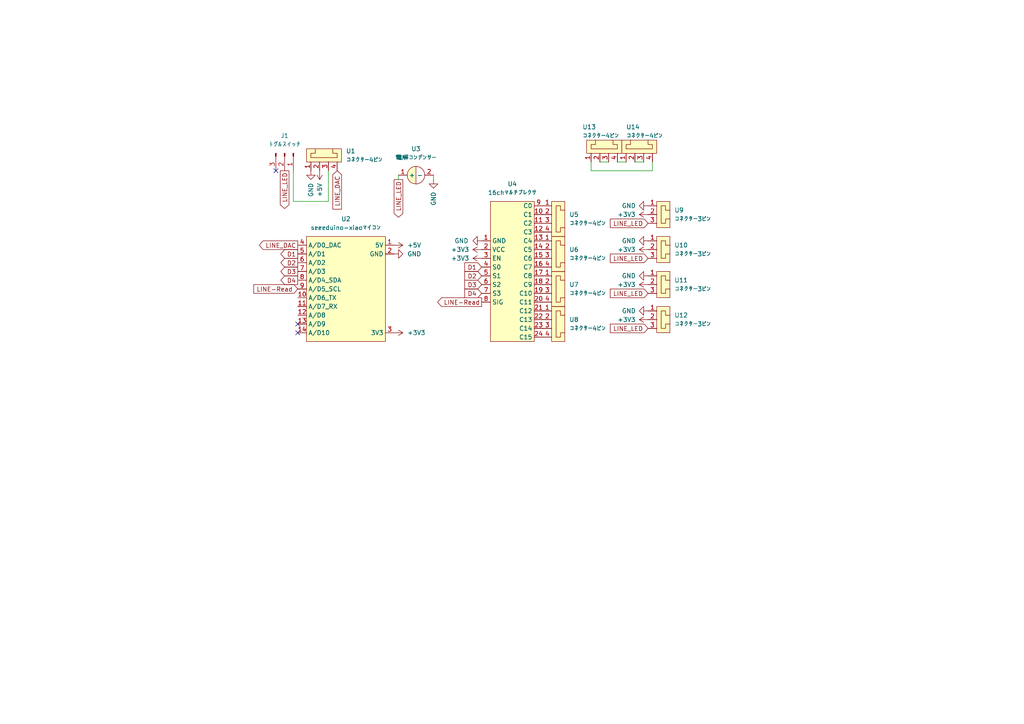
<source format=kicad_sch>
(kicad_sch (version 20211123) (generator eeschema)
  (paper "A4")
  (lib_symbols
    (symbol "Connector:Conn_01x03_Male" (pin_names (offset 1.016) hide)
      (property "Reference" "J" (at 0 5.08 0))
      (property "Value" "Conn_01x03_Male" (at 0 -5.08 0))
      (symbol "Conn_01x03_Male_1_1"
        (polyline (pts (xy 1.27 -2.54) (xy 0.8636 -2.54)) (stroke (width 0.1524)))
        (polyline (pts (xy 1.27 0) (xy 0.8636 0)) (stroke (width 0.1524)))
        (polyline (pts (xy 1.27 2.54) (xy 0.8636 2.54)) (stroke (width 0.1524)))
        (rectangle (start 0.8636 -2.413) (end 0 -2.667) (stroke (width 0.1524)) (fill (type outline)))
        (rectangle (start 0.8636 0.127) (end 0 -0.127) (stroke (width 0.1524)) (fill (type outline)))
        (rectangle (start 0.8636 2.667) (end 0 2.413) (stroke (width 0.1524)) (fill (type outline)))
        (pin passive line (at 5.08 2.54 180) (length 3.81) (name "Pin_1") (number "1"))
        (pin passive line (at 5.08 0 180) (length 3.81) (name "Pin_2") (number "2"))
        (pin passive line (at 5.08 -2.54 180) (length 3.81) (name "Pin_3") (number "3"))
      )
    )
    (symbol "power:+3V3" (power) (pin_names (offset 0))
      (property "Value" "+3V3" (at 0 3.556 0))
      (symbol "+3V3_0_1"
        (polyline (pts (xy -0.762 1.27) (xy 0 2.54)))
        (polyline (pts (xy 0 0) (xy 0 2.54)))
        (polyline (pts (xy 0 2.54) (xy 0.762 1.27)))
      )
      (symbol "+3V3_1_1"
        (pin power_in line (at 0 0 90) (length 0) hide (name "+3V3") (number "1"))
      )
    )
    (symbol "power:+5V" (power) (pin_names (offset 0))
      (property "Value" "+5V" (at 0 3.556 0))
      (symbol "+5V_0_1"
        (polyline (pts (xy -0.762 1.27) (xy 0 2.54)))
        (polyline (pts (xy 0 0) (xy 0 2.54)))
        (polyline (pts (xy 0 2.54) (xy 0.762 1.27)))
      )
      (symbol "+5V_1_1"
        (pin power_in line (at 0 0 90) (length 0) hide (name "+5V") (number "1"))
      )
    )
    (symbol "power:GND" (power) (pin_names (offset 0))
      (property "Value" "GND" (at 0 -3.81 0))
      (symbol "GND_0_1"
        (polyline (pts (xy 0 0) (xy 0 -1.27) (xy 1.27 -1.27) (xy 0 -2.54) (xy -1.27 -1.27) (xy 0 -1.27)))
      )
      (symbol "GND_1_1"
        (pin power_in line (at 0 0 270) (length 0) hide (name "GND") (number "1"))
      )
    )
    (symbol "自分のシンボルエディター:16chマルチプレクサ"
      (property "Reference" "U" (at 0 0 0))
      (property "Value" "16chマルチプレクサ" (at 0 0 0))
      (symbol "16chマルチプレクサ_0_1"
        (rectangle (start -20.32 -7.62) (end 20.32 -20.32) (fill (type background)))
      )
      (symbol "16chマルチプレクサ_1_1"
        (pin input line (at -8.89 -22.86 90) (length 2.54) (name "GND") (number "1"))
        (pin input line (at -16.51 -5.08 270) (length 2.54) (name "C1") (number "10"))
        (pin input line (at -13.97 -5.08 270) (length 2.54) (name "C2") (number "11"))
        (pin input line (at -11.43 -5.08 270) (length 2.54) (name "C3") (number "12"))
        (pin input line (at -8.89 -5.08 270) (length 2.54) (name "C4") (number "13"))
        (pin input line (at -6.35 -5.08 270) (length 2.54) (name "C5") (number "14"))
        (pin input line (at -3.81 -5.08 270) (length 2.54) (name "C6") (number "15"))
        (pin input line (at -1.27 -5.08 270) (length 2.54) (name "C7") (number "16"))
        (pin input line (at 1.27 -5.08 270) (length 2.54) (name "C8") (number "17"))
        (pin input line (at 3.81 -5.08 270) (length 2.54) (name "C9") (number "18"))
        (pin input line (at 6.35 -5.08 270) (length 2.54) (name "C10") (number "19"))
        (pin input line (at -6.35 -22.86 90) (length 2.54) (name "VCC") (number "2"))
        (pin input line (at 8.89 -5.08 270) (length 2.54) (name "C11") (number "20"))
        (pin input line (at 11.43 -5.08 270) (length 2.54) (name "C12") (number "21"))
        (pin input line (at 13.97 -5.08 270) (length 2.54) (name "C13") (number "22"))
        (pin input line (at 16.51 -5.08 270) (length 2.54) (name "C14") (number "23"))
        (pin input line (at 19.05 -5.08 270) (length 2.54) (name "C15") (number "24"))
        (pin input line (at -3.81 -22.86 90) (length 2.54) (name "EN") (number "3"))
        (pin input line (at -1.27 -22.86 90) (length 2.54) (name "S0") (number "4"))
        (pin input line (at 1.27 -22.86 90) (length 2.54) (name "S1") (number "5"))
        (pin input line (at 3.81 -22.86 90) (length 2.54) (name "S2") (number "6"))
        (pin input line (at 6.35 -22.86 90) (length 2.54) (name "S3") (number "7"))
        (pin input line (at 8.89 -22.86 90) (length 2.54) (name "SIG") (number "8"))
        (pin input line (at -19.05 -5.08 270) (length 2.54) (name "C0") (number "9"))
      )
    )
    (symbol "自分のシンボルエディター:seeeduino-xiaoマイコン"
      (property "Reference" "U" (at 11.43 0 0))
      (property "Value" "seeeduino-xiaoマイコン" (at 0 0 0))
      (symbol "seeeduino-xiaoマイコン_0_1"
        (rectangle (start -11.43 -1.27) (end 11.43 -31.75) (fill (type background)))
      )
      (symbol "seeeduino-xiaoマイコン_1_1"
        (pin input line (at 13.97 -3.81 180) (length 2.54) (name "5V") (number "1"))
        (pin input line (at -13.97 -19.05 0) (length 2.54) (name "A/D6_TX") (number "10"))
        (pin input line (at -13.97 -21.59 0) (length 2.54) (name "A/D7_RX") (number "11"))
        (pin input line (at -13.97 -24.13 0) (length 2.54) (name "A/D8") (number "12"))
        (pin input line (at -13.97 -26.67 0) (length 2.54) (name "A/D9") (number "13"))
        (pin input line (at -13.97 -29.21 0) (length 2.54) (name "A/D10") (number "14"))
        (pin input line (at 13.97 -6.35 180) (length 2.54) (name "GND") (number "2"))
        (pin input line (at 13.97 -29.21 180) (length 2.54) (name "3V3") (number "3"))
        (pin input line (at -13.97 -3.81 0) (length 2.54) (name "A/D0_DAC") (number "4"))
        (pin input line (at -13.97 -6.35 0) (length 2.54) (name "A/D1") (number "5"))
        (pin input line (at -13.97 -8.89 0) (length 2.54) (name "A/D2") (number "6"))
        (pin input line (at -13.97 -11.43 0) (length 2.54) (name "A/D3") (number "7"))
        (pin input line (at -13.97 -13.97 0) (length 2.54) (name "A/D4_SDA") (number "8"))
        (pin input line (at -13.97 -16.51 0) (length 2.54) (name "A/D5_SCL") (number "9"))
      )
    )
    (symbol "自分のシンボルエディター:コネクター3ピン"
      (property "Reference" "U" (at 6.35 0 0))
      (property "Value" "コネクター3ピン" (at 0 0 0))
      (symbol "コネクター3ピン_0_1"
        (rectangle (start -3.81 -1.27) (end 3.81 -5.08) (fill (type background)))
        (polyline (pts (xy -1.27 -2.54) (xy -1.27 -1.27)))
        (polyline (pts (xy -1.27 -2.54) (xy -2.54 -2.54) (xy -2.54 -3.81) (xy 2.54 -3.81) (xy 2.54 -2.54) (xy 1.27 -2.54) (xy 1.27 -1.27)))
      )
      (symbol "コネクター3ピン_1_1"
        (pin input line (at -2.54 -7.62 90) (length 2.54) (name "") (number "1"))
        (pin input line (at 0 -7.62 90) (length 2.54) (name "") (number "2"))
        (pin input line (at 2.54 -7.62 90) (length 2.54) (name "") (number "3"))
      )
    )
    (symbol "自分のシンボルエディター:コネクター4ピン"
      (property "Reference" "U" (at 6.35 0 0))
      (property "Value" "コネクター4ピン" (at 0 0 0))
      (symbol "コネクター4ピン_0_1"
        (rectangle (start -5.08 -1.27) (end 5.08 -5.08) (fill (type background)))
        (polyline (pts (xy -2.54 -2.54) (xy -2.54 -1.27)))
        (polyline (pts (xy -2.54 -2.54) (xy -3.81 -2.54) (xy -3.81 -3.81) (xy 3.81 -3.81) (xy 3.81 -2.54) (xy 2.54 -2.54) (xy 2.54 -1.27)))
      )
      (symbol "コネクター4ピン_1_1"
        (pin input line (at -3.81 -7.62 90) (length 2.54) (name "") (number "1"))
        (pin input line (at -1.27 -7.62 90) (length 2.54) (name "") (number "2"))
        (pin input line (at 1.27 -7.62 90) (length 2.54) (name "") (number "3"))
        (pin input line (at 3.81 -7.62 90) (length 2.54) (name "") (number "4"))
      )
    )
    (symbol "自分のシンボルエディター:電解コンデンサー"
      (property "Reference" "U" (at 7.62 0 0))
      (property "Value" "電解コンデンサー" (at 0 0 0))
      (symbol "電解コンデンサー_0_1"
        (arc (start -2.54 -3.81) (mid -1.7961 -5.6061) (end 0 -6.35) (fill (type background)))
        (arc (start -0.0002 -6.3498) (mid 1.7959 -5.6059) (end 2.5398 -3.8098))
        (arc (start 0 -1.27) (mid -1.7961 -2.0139) (end -2.54 -3.81) (fill (type background)))
        (polyline (pts (xy 0 -1.27) (xy 0 -6.35)))
        (arc (start 2.5398 -3.8102) (mid 1.7959 -2.0141) (end -0.0002 -1.2702))
      )
      (symbol "電解コンデンサー_1_1"
        (pin input line (at -5.08 -3.81 0) (length 2.54) (name "+") (number "1"))
        (pin input line (at 5.08 -3.81 180) (length 2.54) (name "-") (number "2"))
      )
    )
  )
  (no_connect (at 86.36 93.98))
  (no_connect (at 80.01 49.53))
  (no_connect (at 86.36 96.52))
  (wire (pts (xy 85.09 49.53) (xy 85.09 58.42)))
  (wire (pts (xy 171.45 49.53) (xy 171.45 46.99)))
  (wire (pts (xy 184.15 46.99) (xy 186.69 46.99)))
  (wire (pts (xy 115.57 52.07) (xy 115.57 50.8)))
  (wire (pts (xy 85.09 58.42) (xy 95.25 58.42)))
  (wire (pts (xy 95.25 58.42) (xy 95.25 49.53)))
  (wire (pts (xy 179.07 46.99) (xy 181.61 46.99)))
  (wire (pts (xy 173.99 46.99) (xy 176.53 46.99)))
  (wire (pts (xy 189.23 49.53) (xy 171.45 49.53)))
  (wire (pts (xy 189.23 46.99) (xy 189.23 49.53)))
  (wire (pts (xy 125.73 52.07) (xy 125.73 50.8)))
  (global_label "D3" (shape output) (at 86.36 78.74 180) (property "Intersheet References" "${INTERSHEET_REFS}" (effects hide)))
  (global_label "LINE_LED" (shape output) (at 82.55 49.53 270) (property "Intersheet References" "${INTERSHEET_REFS}" (effects hide)))
  (global_label "D3" (shape input) (at 139.7 82.55 180) (property "Intersheet References" "${INTERSHEET_REFS}" (effects hide)))
  (global_label "D2" (shape output) (at 86.36 76.2 180) (property "Intersheet References" "${INTERSHEET_REFS}" (effects hide)))
  (global_label "LINE_LED" (shape input) (at 187.96 64.77 180) (property "Intersheet References" "${INTERSHEET_REFS}" (effects hide)))
  (global_label "LINE_LED" (shape input) (at 187.96 74.93 180) (property "Intersheet References" "${INTERSHEET_REFS}" (effects hide)))
  (global_label "D1" (shape output) (at 86.36 73.66 180) (property "Intersheet References" "${INTERSHEET_REFS}" (effects hide)))
  (global_label "D2" (shape input) (at 139.7 80.01 180) (property "Intersheet References" "${INTERSHEET_REFS}" (effects hide)))
  (global_label "LINE-Read" (shape input) (at 86.36 83.82 180) (property "Intersheet References" "${INTERSHEET_REFS}" (effects hide)))
  (global_label "LINE-Read" (shape output) (at 139.7 87.63 180) (property "Intersheet References" "${INTERSHEET_REFS}" (effects hide)))
  (global_label "LINE_LED" (shape input) (at 187.96 85.09 180) (property "Intersheet References" "${INTERSHEET_REFS}" (effects hide)))
  (global_label "LINE_LED" (shape output) (at 115.57 52.07 270) (property "Intersheet References" "${INTERSHEET_REFS}" (effects hide)))
  (global_label "D4" (shape input) (at 139.7 85.09 180) (property "Intersheet References" "${INTERSHEET_REFS}" (effects hide)))
  (global_label "LINE_DAC" (shape output) (at 86.36 71.12 180) (property "Intersheet References" "${INTERSHEET_REFS}" (effects hide)))
  (global_label "LINE_LED" (shape input) (at 187.96 95.25 180) (property "Intersheet References" "${INTERSHEET_REFS}" (effects hide)))
  (global_label "D1" (shape input) (at 139.7 77.47 180) (property "Intersheet References" "${INTERSHEET_REFS}" (effects hide)))
  (global_label "D4" (shape output) (at 86.36 81.28 180) (property "Intersheet References" "${INTERSHEET_REFS}" (effects hide)))
  (global_label "LINE_DAC" (shape input) (at 97.79 49.53 270) (property "Intersheet References" "${INTERSHEET_REFS}" (effects hide)))
  (symbol (lib_id "自分のシンボルエディター:コネクター4ピン") (at 185.42 39.37 0) (unit 1)
    (property "Reference" "U14" (at 181.61 36.83 0) (effects (justify left)))
    (property "Value" "コネクター4ピン" (at 181.61 39.37 0) (effects (justify left)))
    (property "Footprint" "自分のフットプリント:コネクター4ピン" (effects hide))
  )
  (symbol (lib_id "Connector:Conn_01x03_Male") (at 82.55 44.45 270) (unit 1)
    (property "Reference" "J1" (at 82.55 39.37 90))
    (property "Value" "トグルスイッチ" (at 82.55 41.91 90))
    (property "Footprint" "自分のフットプリント:基板用トグルスイッチ" (effects hide))
  )
  (symbol (lib_id "power:GND") (at 139.7 69.85 270) (unit 1)
    (property "Reference" "#PWR0104" (effects hide))
    (property "Value" "GND" (at 135.89 69.8499 90) (effects (justify right)))
  )
  (symbol (lib_id "自分のシンボルエディター:コネクター3ピン") (at 195.58 92.71 270) (unit 1)
    (property "Reference" "U12" (at 195.58 91.4399 90) (effects (justify left)))
    (property "Value" "コネクター3ピン" (at 195.58 93.9799 90) (effects (justify left)))
    (property "Footprint" "自分のフットプリント:コネクター3ピン" (effects hide))
  )
  (symbol (lib_id "power:+3V3") (at 187.96 72.39 90) (unit 1)
    (property "Reference" "#PWR0112" (effects hide))
    (property "Value" "+3V3" (at 179.07 72.39 90) (effects (justify right)))
  )
  (symbol (lib_id "power:GND") (at 187.96 90.17 270) (unit 1)
    (property "Reference" "#PWR0115" (effects hide))
    (property "Value" "GND" (at 180.34 90.17 90) (effects (justify left)))
  )
  (symbol (lib_id "自分のシンボルエディター:seeeduino-xiaoマイコン") (at 100.33 67.31 0) (unit 1)
    (property "Reference" "U2" (at 100.33 63.5 0))
    (property "Value" "seeeduino-xiaoマイコン" (at 100.33 66.04 0))
    (property "Footprint" "自分のフットプリント:seeeduino-xiaoマイコン" (effects hide))
  )
  (symbol (lib_id "power:GND") (at 187.96 59.69 270) (unit 1)
    (property "Reference" "#PWR0111" (effects hide))
    (property "Value" "GND" (at 180.34 59.69 90) (effects (justify left)))
  )
  (symbol (lib_id "自分のシンボルエディター:電解コンデンサー") (at 120.65 46.99 0) (unit 1)
    (property "Reference" "U3" (at 120.65 43.18 0))
    (property "Value" "電解コンデンサー" (at 120.65 45.72 0))
    (property "Footprint" "自分のフットプリント:電解コンデンサー" (effects hide))
  )
  (symbol (lib_id "自分のシンボルエディター:コネクター4ピン") (at 165.1 63.5 270) (unit 1)
    (property "Reference" "U5" (at 165.1 62.2299 90) (effects (justify left)))
    (property "Value" "コネクター4ピン" (at 165.1 64.7699 90) (effects (justify left)))
    (property "Footprint" "自分のフットプリント:コネクター4ピン" (effects hide))
  )
  (symbol (lib_id "power:+3V3") (at 187.96 82.55 90) (unit 1)
    (property "Reference" "#PWR0110" (effects hide))
    (property "Value" "+3V3" (at 179.07 82.55 90) (effects (justify right)))
  )
  (symbol (lib_id "power:+3V3") (at 187.96 92.71 90) (unit 1)
    (property "Reference" "#PWR0116" (effects hide))
    (property "Value" "+3V3" (at 179.07 92.71 90) (effects (justify right)))
  )
  (symbol (lib_id "power:GND") (at 187.96 69.85 270) (unit 1)
    (property "Reference" "#PWR0114" (effects hide))
    (property "Value" "GND" (at 180.34 69.85 90) (effects (justify left)))
  )
  (symbol (lib_id "power:+3V3") (at 187.96 62.23 90) (unit 1)
    (property "Reference" "#PWR0113" (effects hide))
    (property "Value" "+3V3" (at 179.07 62.23 90) (effects (justify right)))
  )
  (symbol (lib_id "power:+3V3") (at 114.3 96.52 270) (unit 1)
    (property "Reference" "#PWR0102" (effects hide))
    (property "Value" "+3V3" (at 118.11 96.5199 90) (effects (justify left)))
  )
  (symbol (lib_id "自分のシンボルエディター:コネクター4ピン") (at 175.26 39.37 0) (unit 1)
    (property "Reference" "U13" (at 168.91 36.83 0) (effects (justify left)))
    (property "Value" "コネクター4ピン" (at 168.91 39.37 0) (effects (justify left)))
    (property "Footprint" "自分のフットプリント:コネクター4ピン" (effects hide))
  )
  (symbol (lib_id "自分のシンボルエディター:コネクター4ピン") (at 165.1 83.82 270) (unit 1)
    (property "Reference" "U7" (at 165.1 82.5499 90) (effects (justify left)))
    (property "Value" "コネクター4ピン" (at 165.1 85.0899 90) (effects (justify left)))
    (property "Footprint" "自分のフットプリント:コネクター4ピン" (effects hide))
  )
  (symbol (lib_id "power:GND") (at 125.73 52.07 0) (unit 1)
    (property "Reference" "#PWR0108" (effects hide))
    (property "Value" "GND" (at 125.73 59.69 90) (effects (justify left)))
  )
  (symbol (lib_id "power:+5V") (at 114.3 71.12 270) (unit 1)
    (property "Reference" "#PWR0103" (effects hide))
    (property "Value" "+5V" (at 118.11 71.1199 90) (effects (justify left)))
  )
  (symbol (lib_id "power:GND") (at 90.17 49.53 0) (unit 1)
    (property "Reference" "#PWR0106" (effects hide))
    (property "Value" "GND" (at 90.17 57.15 90) (effects (justify left)))
  )
  (symbol (lib_id "自分のシンボルエディター:コネクター3ピン") (at 195.58 62.23 270) (unit 1)
    (property "Reference" "U9" (at 195.58 60.9599 90) (effects (justify left)))
    (property "Value" "コネクター3ピン" (at 195.58 63.4999 90) (effects (justify left)))
    (property "Footprint" "自分のフットプリント:コネクター3ピン" (effects hide))
  )
  (symbol (lib_id "自分のシンボルエディター:コネクター3ピン") (at 195.58 82.55 270) (unit 1)
    (property "Reference" "U11" (at 195.58 81.2799 90) (effects (justify left)))
    (property "Value" "コネクター3ピン" (at 195.58 83.8199 90) (effects (justify left)))
    (property "Footprint" "自分のフットプリント:コネクター3ピン" (effects hide))
  )
  (symbol (lib_id "power:GND") (at 187.96 80.01 270) (unit 1)
    (property "Reference" "#PWR0109" (effects hide))
    (property "Value" "GND" (at 180.34 80.01 90) (effects (justify left)))
  )
  (symbol (lib_id "power:GND") (at 114.3 73.66 90) (unit 1)
    (property "Reference" "#PWR0101" (effects hide))
    (property "Value" "GND" (at 118.11 73.6599 90) (effects (justify right)))
  )
  (symbol (lib_id "power:+3V3") (at 139.7 74.93 90) (unit 1)
    (property "Reference" "#PWR?" (effects hide))
    (property "Value" "+3V3" (at 130.81 74.93 90) (effects (justify right)))
  )
  (symbol (lib_id "自分のシンボルエディター:16chマルチプレクサ") (at 162.56 78.74 270) (unit 1)
    (property "Reference" "U4" (at 148.59 53.34 90))
    (property "Value" "16chマルチプレクサ" (at 148.59 55.88 90))
    (property "Footprint" "自分のフットプリント:マルチプレクサ" (effects hide))
  )
  (symbol (lib_id "power:+5V") (at 92.71 49.53 180) (unit 1)
    (property "Reference" "#PWR0107" (effects hide))
    (property "Value" "+5V" (at 92.71 57.15 90) (effects (justify right)))
  )
  (symbol (lib_id "power:+3V3") (at 139.7 72.39 90) (unit 1)
    (property "Reference" "#PWR0105" (effects hide))
    (property "Value" "+3V3" (at 130.81 72.39 90) (effects (justify right)))
  )
  (symbol (lib_id "自分のシンボルエディター:コネクター4ピン") (at 165.1 93.98 270) (unit 1)
    (property "Reference" "U8" (at 165.1 92.7099 90) (effects (justify left)))
    (property "Value" "コネクター4ピン" (at 165.1 95.2499 90) (effects (justify left)))
    (property "Footprint" "自分のフットプリント:コネクター4ピン" (effects hide))
  )
  (symbol (lib_id "自分のシンボルエディター:コネクター4ピン") (at 93.98 41.91 0) (unit 1)
    (property "Reference" "U1" (at 100.33 43.8149 0) (effects (justify left)))
    (property "Value" "コネクター4ピン" (at 100.33 46.3549 0) (effects (justify left)))
    (property "Footprint" "自分のフットプリント:コネクター4ピン" (effects hide))
  )
  (symbol (lib_id "自分のシンボルエディター:コネクター3ピン") (at 195.58 72.39 270) (unit 1)
    (property "Reference" "U10" (at 195.58 71.1199 90) (effects (justify left)))
    (property "Value" "コネクター3ピン" (at 195.58 73.6599 90) (effects (justify left)))
    (property "Footprint" "自分のフットプリント:コネクター3ピン" (effects hide))
  )
  (symbol (lib_id "自分のシンボルエディター:コネクター4ピン") (at 165.1 73.66 270) (unit 1)
    (property "Reference" "U6" (at 165.1 72.3899 90) (effects (justify left)))
    (property "Value" "コネクター4ピン" (at 165.1 74.9299 90) (effects (justify left)))
    (property "Footprint" "自分のフットプリント:コネクター4ピン" (effects hide))
  )
)
</source>
